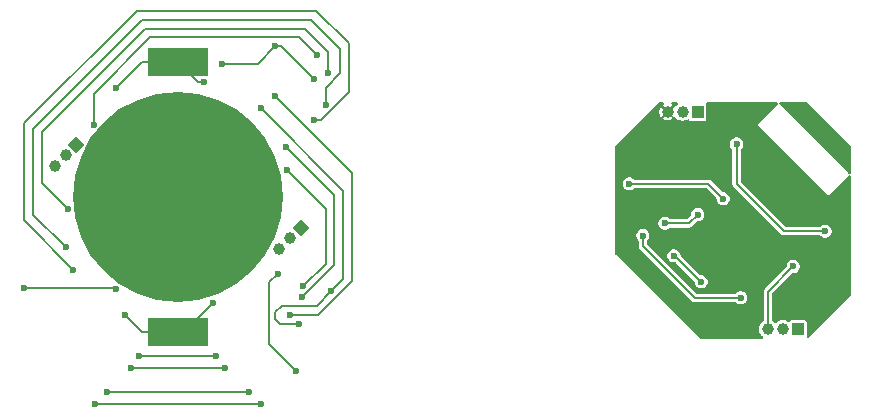
<source format=gbl>
G04 #@! TF.GenerationSoftware,KiCad,Pcbnew,9.0.3-9.0.3-0~ubuntu24.04.1*
G04 #@! TF.CreationDate,2025-07-13T11:29:56+02:00*
G04 #@! TF.ProjectId,PCBWatch,50434257-6174-4636-982e-6b696361645f,rev?*
G04 #@! TF.SameCoordinates,Original*
G04 #@! TF.FileFunction,Copper,L2,Bot*
G04 #@! TF.FilePolarity,Positive*
%FSLAX46Y46*%
G04 Gerber Fmt 4.6, Leading zero omitted, Abs format (unit mm)*
G04 Created by KiCad (PCBNEW 9.0.3-9.0.3-0~ubuntu24.04.1) date 2025-07-13 11:29:56*
%MOMM*%
%LPD*%
G01*
G04 APERTURE LIST*
G04 Aperture macros list*
%AMRotRect*
0 Rectangle, with rotation*
0 The origin of the aperture is its center*
0 $1 length*
0 $2 width*
0 $3 Rotation angle, in degrees counterclockwise*
0 Add horizontal line*
21,1,$1,$2,0,0,$3*%
G04 Aperture macros list end*
G04 #@! TA.AperFunction,EtchedComponent*
%ADD10C,0.000000*%
G04 #@! TD*
G04 #@! TA.AperFunction,SMDPad,CuDef*
%ADD11R,5.105400X2.489200*%
G04 #@! TD*
G04 #@! TA.AperFunction,SMDPad,CuDef*
%ADD12C,5.080000*%
G04 #@! TD*
G04 #@! TA.AperFunction,ComponentPad*
%ADD13R,1.000000X1.000000*%
G04 #@! TD*
G04 #@! TA.AperFunction,ComponentPad*
%ADD14C,1.000000*%
G04 #@! TD*
G04 #@! TA.AperFunction,ComponentPad*
%ADD15RotRect,1.000000X1.000000X315.000000*%
G04 #@! TD*
G04 #@! TA.AperFunction,ViaPad*
%ADD16C,0.600000*%
G04 #@! TD*
G04 #@! TA.AperFunction,Conductor*
%ADD17C,0.200000*%
G04 #@! TD*
G04 APERTURE END LIST*
D10*
G04 #@! TA.AperFunction,EtchedComponent*
G04 #@! TO.C,B1*
G36*
X21736831Y-11268363D02*
G01*
X23406916Y-11774978D01*
X24946075Y-12597675D01*
X26295160Y-13704840D01*
X27402325Y-15053925D01*
X28225022Y-16593084D01*
X28731637Y-18263169D01*
X28902700Y-20000000D01*
X28731637Y-21736831D01*
X28225022Y-23406916D01*
X27402325Y-24946075D01*
X26295160Y-26295160D01*
X24946075Y-27402325D01*
X23406916Y-28225022D01*
X21736831Y-28731637D01*
X20000000Y-28902700D01*
X18263169Y-28731637D01*
X16593084Y-28225022D01*
X15053925Y-27402325D01*
X13704840Y-26295160D01*
X12597675Y-24946075D01*
X11774978Y-23406916D01*
X11268363Y-21736831D01*
X11097300Y-20000000D01*
X11268363Y-18263169D01*
X11774978Y-16593084D01*
X12597675Y-15053925D01*
X13704840Y-13704840D01*
X15053925Y-12597675D01*
X16593084Y-11774978D01*
X18263169Y-11268363D01*
X20000000Y-11097300D01*
X21736831Y-11268363D01*
G37*
G04 #@! TD.AperFunction*
G04 #@! TD*
D11*
G04 #@! TO.P,B1,1,1*
G04 #@! TO.N,+3V0-A*
X20000000Y-31450000D03*
X20000000Y-8550000D03*
D12*
G04 #@! TO.P,B1,2,2*
G04 #@! TO.N,GND-A*
X20000000Y-20000000D03*
G04 #@! TD*
D13*
G04 #@! TO.P,J4,1,Pin_1*
G04 #@! TO.N,+3V0-B*
X64000000Y-12804447D03*
D14*
G04 #@! TO.P,J4,2,Pin_2*
G04 #@! TO.N,unconnected-(J4-Pin_2-Pad2)*
X62730000Y-12804447D03*
G04 #@! TO.P,J4,3,Pin_3*
G04 #@! TO.N,GND-B*
X61460000Y-12804447D03*
G04 #@! TD*
D15*
G04 #@! TO.P,J3,1,Pin_1*
G04 #@! TO.N,+3V0-A*
X11398026Y-15601974D03*
D14*
G04 #@! TO.P,J3,2,Pin_2*
G04 #@! TO.N,unconnected-(J3-Pin_2-Pad2)*
X10500000Y-16500000D03*
G04 #@! TO.P,J3,3,Pin_3*
G04 #@! TO.N,GND-A*
X9601975Y-17398025D03*
G04 #@! TD*
D15*
G04 #@! TO.P,J5,1,Pin_1*
G04 #@! TO.N,/sda-A*
X30398026Y-22601975D03*
D14*
G04 #@! TO.P,J5,2,Pin_2*
G04 #@! TO.N,/sck-A*
X29500000Y-23500001D03*
G04 #@! TO.P,J5,3,Pin_3*
G04 #@! TO.N,/touch-A*
X28601975Y-24398026D03*
G04 #@! TD*
D13*
G04 #@! TO.P,J6,1,Pin_1*
G04 #@! TO.N,/sda-B*
X72500000Y-31193359D03*
D14*
G04 #@! TO.P,J6,2,Pin_2*
G04 #@! TO.N,/sck-B*
X71230000Y-31193359D03*
G04 #@! TO.P,J6,3,Pin_3*
G04 #@! TO.N,/touch-B*
X69960000Y-31193359D03*
G04 #@! TD*
D16*
G04 #@! TO.N,+3V0-A*
X15500000Y-30000000D03*
X14750000Y-10750000D03*
X22250000Y-10250000D03*
G04 #@! TO.N,/row7*
X27000000Y-37500000D03*
X13000000Y-37500000D03*
G04 #@! TO.N,/row6*
X26000000Y-36500000D03*
X14000000Y-36500000D03*
G04 #@! TO.N,/row2*
X24000000Y-34500000D03*
X16000000Y-34500000D03*
G04 #@! TO.N,/row1*
X23250000Y-33500000D03*
X16750000Y-33500000D03*
G04 #@! TO.N,/column2*
X31500000Y-10000000D03*
G04 #@! TO.N,/row5*
X31500000Y-13500000D03*
X11159580Y-26159580D03*
G04 #@! TO.N,/row4*
X10500000Y-24250000D03*
X32500000Y-12250000D03*
G04 #@! TO.N,/row3*
X32750000Y-9500000D03*
X10697823Y-21045191D03*
G04 #@! TO.N,/row8*
X12889924Y-13909663D03*
X31750000Y-8000000D03*
G04 #@! TO.N,/column4*
X30250000Y-30750000D03*
G04 #@! TO.N,/row7*
X28500000Y-26500000D03*
X30000000Y-34750000D03*
G04 #@! TO.N,/row6*
X29250000Y-17750000D03*
X30575735Y-27575735D03*
G04 #@! TO.N,/row2*
X29500000Y-30000000D03*
X28250000Y-11492640D03*
G04 #@! TO.N,/row1*
X29150000Y-15750000D03*
X30500000Y-28500000D03*
G04 #@! TO.N,/column4*
X33000000Y-28000000D03*
X27000000Y-12500000D03*
G04 #@! TO.N,/column3*
X14724696Y-27778957D03*
X7000000Y-27750000D03*
G04 #@! TO.N,/column2*
X28250000Y-7250000D03*
X23750000Y-8750000D03*
G04 #@! TO.N,+3V0-A*
X23000000Y-29000000D03*
G04 #@! TO.N,GND-B*
X73599584Y-27377652D03*
X72869655Y-26647723D03*
G04 #@! TO.N,/touch-B*
X72101042Y-25898958D03*
G04 #@! TO.N,GND-B*
X73500000Y-22000000D03*
X69037058Y-15207107D03*
X61024265Y-15024265D03*
G04 #@! TO.N,+3V0-B*
X67300000Y-15529950D03*
X74800000Y-22900000D03*
X59363793Y-23279654D03*
X67654827Y-28541491D03*
G04 #@! TO.N,/SWDIO*
X64300000Y-27200000D03*
X62000000Y-25000000D03*
G04 #@! TO.N,Net-(U1-BOOT0)*
X58229539Y-18900673D03*
G04 #@! TO.N,/NRST*
X64000000Y-21500000D03*
X61245988Y-22245988D03*
G04 #@! TO.N,GND-B*
X66601158Y-29398842D03*
G04 #@! TO.N,Net-(U1-BOOT0)*
X66174265Y-20174265D03*
G04 #@! TD*
D17*
G04 #@! TO.N,+3V0-A*
X15500000Y-30000000D02*
X16950000Y-31450000D01*
X16950000Y-31450000D02*
X20000000Y-31450000D01*
X14750000Y-10750000D02*
X16950000Y-8550000D01*
X16950000Y-8550000D02*
X20000000Y-8550000D01*
X22250000Y-10250000D02*
X21700000Y-10250000D01*
X21700000Y-10250000D02*
X20000000Y-8550000D01*
G04 #@! TO.N,/column2*
X23750000Y-8750000D02*
X26750000Y-8750000D01*
X26750000Y-8750000D02*
X28250000Y-7250000D01*
G04 #@! TO.N,/row7*
X13000000Y-37500000D02*
X27000000Y-37500000D01*
G04 #@! TO.N,/row6*
X14000000Y-36500000D02*
X26000000Y-36500000D01*
G04 #@! TO.N,/row2*
X16000000Y-34500000D02*
X24000000Y-34500000D01*
G04 #@! TO.N,/row1*
X16750000Y-33500000D02*
X23250000Y-33500000D01*
G04 #@! TO.N,/column2*
X31500000Y-10000000D02*
X28750000Y-7250000D01*
X28750000Y-7250000D02*
X28250000Y-7250000D01*
G04 #@! TO.N,/row5*
X31500000Y-13500000D02*
X32099943Y-13500000D01*
X32099943Y-13500000D02*
X34500000Y-11099943D01*
X34500000Y-11099943D02*
X34500000Y-7018069D01*
X34500000Y-7018069D02*
X31731931Y-4250000D01*
X31731931Y-4250000D02*
X16500000Y-4250000D01*
X16500000Y-4250000D02*
X7000000Y-13750000D01*
X7000000Y-13750000D02*
X7000000Y-22000000D01*
X7000000Y-22000000D02*
X11159580Y-26159580D01*
G04 #@! TO.N,/row4*
X32500000Y-12250000D02*
X32500000Y-10750000D01*
X32500000Y-10750000D02*
X33750000Y-9500000D01*
X33750000Y-9500000D02*
X33750000Y-7500000D01*
X33750000Y-7500000D02*
X31250000Y-5000000D01*
X7750000Y-21500000D02*
X10500000Y-24250000D01*
X31250000Y-5000000D02*
X16973071Y-5000000D01*
X16973071Y-5000000D02*
X7750000Y-14223071D01*
X7750000Y-14223071D02*
X7750000Y-21500000D01*
G04 #@! TO.N,/row8*
X31750000Y-8000000D02*
X30250000Y-6500000D01*
X30250000Y-6500000D02*
X17650700Y-6500000D01*
X17650700Y-6500000D02*
X12889924Y-11260776D01*
X12889924Y-11260776D02*
X12889924Y-13909663D01*
G04 #@! TO.N,/row3*
X32750000Y-9500000D02*
X32750000Y-7750000D01*
X32750000Y-7750000D02*
X30750000Y-5750000D01*
X30750000Y-5750000D02*
X17250000Y-5750000D01*
X17250000Y-5750000D02*
X8500000Y-14500000D01*
X8500000Y-18847368D02*
X10697823Y-21045191D01*
X8500000Y-14500000D02*
X8500000Y-18847368D01*
G04 #@! TO.N,/column4*
X30250000Y-30750000D02*
X28650057Y-30750000D01*
X28778737Y-29250000D02*
X31750000Y-29250000D01*
X28650057Y-30750000D02*
X28250000Y-30349943D01*
X28250000Y-30349943D02*
X28250000Y-29778737D01*
X28250000Y-29778737D02*
X28778737Y-29250000D01*
X31750000Y-29250000D02*
X33000000Y-28000000D01*
G04 #@! TO.N,/row2*
X34750000Y-27099943D02*
X34750000Y-17992640D01*
X29500000Y-30000000D02*
X31849943Y-30000000D01*
X31849943Y-30000000D02*
X34750000Y-27099943D01*
X34750000Y-17992640D02*
X28250000Y-11492640D01*
G04 #@! TO.N,/row7*
X27750000Y-27250000D02*
X28500000Y-26500000D01*
X27750000Y-32500000D02*
X27750000Y-27250000D01*
X30000000Y-34750000D02*
X27750000Y-32500000D01*
G04 #@! TO.N,/row6*
X30575735Y-27575735D02*
X32500000Y-25651470D01*
X32500000Y-25651470D02*
X32500000Y-21000000D01*
X32500000Y-21000000D02*
X29250000Y-17750000D01*
G04 #@! TO.N,/row1*
X30500000Y-28500000D02*
X33250000Y-25750000D01*
X33250000Y-25750000D02*
X33250000Y-19850000D01*
X33250000Y-19850000D02*
X29150000Y-15750000D01*
G04 #@! TO.N,/column4*
X33000000Y-28000000D02*
X34000000Y-27000000D01*
X34000000Y-27000000D02*
X34000000Y-19500000D01*
X34000000Y-19500000D02*
X27000000Y-12500000D01*
G04 #@! TO.N,/column3*
X14695739Y-27750000D02*
X7000000Y-27750000D01*
X14724696Y-27778957D02*
X14695739Y-27750000D01*
G04 #@! TO.N,+3V0-A*
X23000000Y-29000000D02*
X20550000Y-31450000D01*
X20550000Y-31450000D02*
X20000000Y-31450000D01*
X21050000Y-31450000D02*
X20000000Y-31450000D01*
G04 #@! TO.N,/touch-B*
X72101042Y-25898958D02*
X69960000Y-28040000D01*
X69960000Y-28040000D02*
X69960000Y-31193359D01*
G04 #@! TO.N,/NRST*
X63254012Y-22245988D02*
X64000000Y-21500000D01*
X61245988Y-22245988D02*
X63254012Y-22245988D01*
G04 #@! TO.N,+3V0-B*
X67300000Y-15529950D02*
X67300000Y-18900000D01*
X67300000Y-18900000D02*
X71300000Y-22900000D01*
X71300000Y-22900000D02*
X74800000Y-22900000D01*
X63752545Y-28541491D02*
X59363793Y-24152739D01*
X59363793Y-24152739D02*
X59363793Y-23279654D01*
X67654827Y-28541491D02*
X63752545Y-28541491D01*
G04 #@! TO.N,/SWDIO*
X64300000Y-27200000D02*
X62100000Y-25000000D01*
X62100000Y-25000000D02*
X62000000Y-25000000D01*
G04 #@! TO.N,Net-(U1-BOOT0)*
X66174265Y-20174265D02*
X64900673Y-18900673D01*
X64900673Y-18900673D02*
X58229539Y-18900673D01*
G04 #@! TD*
G04 #@! TA.AperFunction,Conductor*
G04 #@! TO.N,GND-B*
G36*
X61135057Y-12019407D02*
G01*
X61171021Y-12068907D01*
X61171021Y-12130093D01*
X61135057Y-12179593D01*
X61131867Y-12181816D01*
X61040104Y-12243128D01*
X61311742Y-12514766D01*
X61260446Y-12544383D01*
X61199936Y-12604893D01*
X61170319Y-12656189D01*
X60898681Y-12384551D01*
X60839666Y-12472875D01*
X60786901Y-12600263D01*
X60760000Y-12735502D01*
X60760000Y-12873391D01*
X60786901Y-13008630D01*
X60839666Y-13136018D01*
X60898681Y-13224341D01*
X61170319Y-12952703D01*
X61199936Y-13004001D01*
X61260446Y-13064511D01*
X61311741Y-13094126D01*
X61040103Y-13365764D01*
X61128418Y-13424775D01*
X61128430Y-13424781D01*
X61255816Y-13477545D01*
X61391055Y-13504446D01*
X61391057Y-13504447D01*
X61528943Y-13504447D01*
X61528944Y-13504446D01*
X61664183Y-13477545D01*
X61791571Y-13424780D01*
X61879894Y-13365764D01*
X61608257Y-13094127D01*
X61659554Y-13064511D01*
X61720064Y-13004001D01*
X61749680Y-12952704D01*
X62021317Y-13224341D01*
X62039028Y-13222597D01*
X62098792Y-13235709D01*
X62131048Y-13266118D01*
X62143937Y-13285408D01*
X62143938Y-13285409D01*
X62143941Y-13285413D01*
X62249034Y-13390506D01*
X62372610Y-13473076D01*
X62509920Y-13529952D01*
X62655688Y-13558947D01*
X62655689Y-13558947D01*
X62804311Y-13558947D01*
X62804312Y-13558947D01*
X62950080Y-13529952D01*
X63087390Y-13473076D01*
X63156618Y-13426819D01*
X63215504Y-13410211D01*
X63272908Y-13431388D01*
X63293931Y-13454131D01*
X63316516Y-13487931D01*
X63400699Y-13544181D01*
X63474933Y-13558947D01*
X64525066Y-13558946D01*
X64599301Y-13544181D01*
X64683484Y-13487931D01*
X64739734Y-13403748D01*
X64754500Y-13329514D01*
X64754499Y-12279381D01*
X64739734Y-12205146D01*
X64705893Y-12154500D01*
X64689285Y-12095615D01*
X64710462Y-12038211D01*
X64761335Y-12004217D01*
X64788209Y-12000500D01*
X70750086Y-12000500D01*
X70808277Y-12019407D01*
X70844241Y-12068907D01*
X70844241Y-12130093D01*
X70820091Y-12169501D01*
X69110913Y-13878680D01*
X75121321Y-19889088D01*
X76830498Y-18179910D01*
X76885013Y-18152135D01*
X76945445Y-18161706D01*
X76988710Y-18204971D01*
X76999500Y-18249916D01*
X76999500Y-28251678D01*
X76980593Y-28309869D01*
X76970504Y-28321682D01*
X73405997Y-31886188D01*
X73351480Y-31913965D01*
X73291048Y-31904394D01*
X73247783Y-31861129D01*
X73238212Y-31800697D01*
X73238896Y-31796868D01*
X73239732Y-31792661D01*
X73239734Y-31792660D01*
X73254500Y-31718426D01*
X73254499Y-30668293D01*
X73239734Y-30594058D01*
X73211762Y-30552196D01*
X73183486Y-30509878D01*
X73183484Y-30509875D01*
X73099301Y-30453625D01*
X73025067Y-30438859D01*
X73025066Y-30438859D01*
X71974936Y-30438859D01*
X71974929Y-30438860D01*
X71900699Y-30453624D01*
X71900697Y-30453625D01*
X71816519Y-30509872D01*
X71816512Y-30509879D01*
X71793932Y-30543672D01*
X71745882Y-30581551D01*
X71684743Y-30583951D01*
X71656617Y-30570985D01*
X71587389Y-30524729D01*
X71450078Y-30467853D01*
X71304314Y-30438859D01*
X71304312Y-30438859D01*
X71155688Y-30438859D01*
X71155685Y-30438859D01*
X71009921Y-30467853D01*
X70872610Y-30524729D01*
X70749037Y-30607297D01*
X70749034Y-30607299D01*
X70749034Y-30607300D01*
X70665001Y-30691332D01*
X70610487Y-30719108D01*
X70550055Y-30709537D01*
X70524999Y-30691333D01*
X70440966Y-30607300D01*
X70440962Y-30607297D01*
X70440961Y-30607296D01*
X70358498Y-30552196D01*
X70320619Y-30504146D01*
X70314500Y-30469881D01*
X70314500Y-28227847D01*
X70333407Y-28169656D01*
X70343496Y-28157843D01*
X72018885Y-26482454D01*
X72073402Y-26454677D01*
X72088889Y-26453458D01*
X72174041Y-26453458D01*
X72174043Y-26453458D01*
X72315071Y-26415670D01*
X72441513Y-26342669D01*
X72544753Y-26239429D01*
X72617754Y-26112987D01*
X72655542Y-25971959D01*
X72655542Y-25825957D01*
X72617754Y-25684929D01*
X72544753Y-25558487D01*
X72441513Y-25455247D01*
X72315071Y-25382246D01*
X72174043Y-25344458D01*
X72028041Y-25344458D01*
X71887013Y-25382246D01*
X71760571Y-25455247D01*
X71657331Y-25558487D01*
X71584330Y-25684929D01*
X71546542Y-25825958D01*
X71546542Y-25911111D01*
X71527635Y-25969302D01*
X71517546Y-25981115D01*
X69742332Y-27756329D01*
X69742331Y-27756328D01*
X69676331Y-27822329D01*
X69629658Y-27903170D01*
X69629657Y-27903171D01*
X69605500Y-27993326D01*
X69605500Y-30469881D01*
X69586593Y-30528072D01*
X69561502Y-30552196D01*
X69479038Y-30607296D01*
X69373938Y-30712396D01*
X69291370Y-30835969D01*
X69234494Y-30973280D01*
X69205500Y-31119044D01*
X69205500Y-31267673D01*
X69234494Y-31413437D01*
X69291370Y-31550748D01*
X69291371Y-31550749D01*
X69373941Y-31674325D01*
X69479034Y-31779418D01*
X69479037Y-31779420D01*
X69537052Y-31818184D01*
X69574932Y-31866234D01*
X69577334Y-31927372D01*
X69543342Y-31978246D01*
X69485938Y-31999424D01*
X69482051Y-31999500D01*
X64248322Y-31999500D01*
X64190131Y-31980593D01*
X64178318Y-31970504D01*
X57029496Y-24821682D01*
X57001719Y-24767165D01*
X57000500Y-24751678D01*
X57000500Y-23206653D01*
X58809293Y-23206653D01*
X58809293Y-23352655D01*
X58847081Y-23493683D01*
X58920082Y-23620125D01*
X58980298Y-23680341D01*
X59008074Y-23734856D01*
X59009293Y-23750343D01*
X59009293Y-24199412D01*
X59033450Y-24289567D01*
X59033451Y-24289568D01*
X59033452Y-24289571D01*
X59080122Y-24370407D01*
X63468874Y-28759159D01*
X63468873Y-28759159D01*
X63517029Y-28807314D01*
X63534877Y-28825162D01*
X63615713Y-28871832D01*
X63615715Y-28871832D01*
X63615716Y-28871833D01*
X63653514Y-28881961D01*
X63705871Y-28895990D01*
X63705873Y-28895991D01*
X63705874Y-28895991D01*
X67184137Y-28895991D01*
X67242328Y-28914898D01*
X67254140Y-28924987D01*
X67314353Y-28985199D01*
X67314356Y-28985202D01*
X67440798Y-29058203D01*
X67581826Y-29095991D01*
X67581828Y-29095991D01*
X67727826Y-29095991D01*
X67727828Y-29095991D01*
X67868856Y-29058203D01*
X67995298Y-28985202D01*
X68098538Y-28881962D01*
X68171539Y-28755520D01*
X68209327Y-28614492D01*
X68209327Y-28468490D01*
X68171539Y-28327462D01*
X68098538Y-28201020D01*
X67995298Y-28097780D01*
X67868856Y-28024779D01*
X67727828Y-27986991D01*
X67581826Y-27986991D01*
X67440798Y-28024779D01*
X67314353Y-28097782D01*
X67254140Y-28157995D01*
X67199623Y-28185772D01*
X67184137Y-28186991D01*
X63940392Y-28186991D01*
X63882201Y-28168084D01*
X63870388Y-28157995D01*
X60639392Y-24926999D01*
X61445500Y-24926999D01*
X61445500Y-25073001D01*
X61483288Y-25214029D01*
X61556289Y-25340471D01*
X61659529Y-25443711D01*
X61785971Y-25516712D01*
X61926999Y-25554500D01*
X61927001Y-25554500D01*
X62073001Y-25554500D01*
X62081005Y-25552355D01*
X62142107Y-25555554D01*
X62176637Y-25577976D01*
X63716504Y-27117843D01*
X63744281Y-27172360D01*
X63745500Y-27187847D01*
X63745500Y-27273001D01*
X63783288Y-27414029D01*
X63856289Y-27540471D01*
X63959529Y-27643711D01*
X64085971Y-27716712D01*
X64226999Y-27754500D01*
X64227001Y-27754500D01*
X64372999Y-27754500D01*
X64373001Y-27754500D01*
X64514029Y-27716712D01*
X64640471Y-27643711D01*
X64743711Y-27540471D01*
X64816712Y-27414029D01*
X64854500Y-27273001D01*
X64854500Y-27126999D01*
X64816712Y-26985971D01*
X64743711Y-26859529D01*
X64640471Y-26756289D01*
X64514029Y-26683288D01*
X64373001Y-26645500D01*
X64372999Y-26645500D01*
X64287847Y-26645500D01*
X64229656Y-26626593D01*
X64217843Y-26616504D01*
X62582228Y-24980889D01*
X62557749Y-24932846D01*
X62556179Y-24933267D01*
X62554500Y-24927000D01*
X62554500Y-24926999D01*
X62516712Y-24785971D01*
X62443711Y-24659529D01*
X62340471Y-24556289D01*
X62214029Y-24483288D01*
X62073001Y-24445500D01*
X61926999Y-24445500D01*
X61785971Y-24483288D01*
X61659529Y-24556289D01*
X61556289Y-24659529D01*
X61483288Y-24785971D01*
X61445500Y-24926999D01*
X60639392Y-24926999D01*
X59747289Y-24034896D01*
X59719512Y-23980379D01*
X59718293Y-23964892D01*
X59718293Y-23750343D01*
X59737200Y-23692152D01*
X59747283Y-23680345D01*
X59807504Y-23620125D01*
X59880505Y-23493683D01*
X59918293Y-23352655D01*
X59918293Y-23206653D01*
X59880505Y-23065625D01*
X59807504Y-22939183D01*
X59704264Y-22835943D01*
X59577822Y-22762942D01*
X59436794Y-22725154D01*
X59290792Y-22725154D01*
X59149764Y-22762942D01*
X59023322Y-22835943D01*
X58920082Y-22939183D01*
X58847081Y-23065625D01*
X58809293Y-23206653D01*
X57000500Y-23206653D01*
X57000500Y-22172987D01*
X60691488Y-22172987D01*
X60691488Y-22318989D01*
X60729276Y-22460017D01*
X60802277Y-22586459D01*
X60905517Y-22689699D01*
X61031959Y-22762700D01*
X61172987Y-22800488D01*
X61172989Y-22800488D01*
X61318987Y-22800488D01*
X61318989Y-22800488D01*
X61460017Y-22762700D01*
X61586459Y-22689699D01*
X61616568Y-22659590D01*
X61646675Y-22629484D01*
X61701192Y-22601707D01*
X61716678Y-22600488D01*
X63300684Y-22600488D01*
X63300684Y-22600487D01*
X63390844Y-22576329D01*
X63471680Y-22529659D01*
X63917841Y-22083496D01*
X63972358Y-22055719D01*
X63987845Y-22054500D01*
X64072999Y-22054500D01*
X64073001Y-22054500D01*
X64214029Y-22016712D01*
X64340471Y-21943711D01*
X64443711Y-21840471D01*
X64516712Y-21714029D01*
X64554500Y-21573001D01*
X64554500Y-21426999D01*
X64516712Y-21285971D01*
X64443711Y-21159529D01*
X64340471Y-21056289D01*
X64214029Y-20983288D01*
X64073001Y-20945500D01*
X63926999Y-20945500D01*
X63785971Y-20983288D01*
X63659529Y-21056289D01*
X63556289Y-21159529D01*
X63483288Y-21285971D01*
X63445500Y-21427000D01*
X63445500Y-21512153D01*
X63426593Y-21570344D01*
X63416504Y-21582157D01*
X63136169Y-21862492D01*
X63081652Y-21890269D01*
X63066165Y-21891488D01*
X61716678Y-21891488D01*
X61658487Y-21872581D01*
X61646675Y-21862492D01*
X61586461Y-21802279D01*
X61586459Y-21802277D01*
X61460017Y-21729276D01*
X61318989Y-21691488D01*
X61172987Y-21691488D01*
X61031959Y-21729276D01*
X60905517Y-21802277D01*
X60802277Y-21905517D01*
X60729276Y-22031959D01*
X60691488Y-22172987D01*
X57000500Y-22172987D01*
X57000500Y-18827672D01*
X57675039Y-18827672D01*
X57675039Y-18973674D01*
X57712827Y-19114702D01*
X57785828Y-19241144D01*
X57889068Y-19344384D01*
X58015510Y-19417385D01*
X58156538Y-19455173D01*
X58156540Y-19455173D01*
X58302538Y-19455173D01*
X58302540Y-19455173D01*
X58443568Y-19417385D01*
X58570010Y-19344384D01*
X58600119Y-19314275D01*
X58630226Y-19284169D01*
X58684743Y-19256392D01*
X58700229Y-19255173D01*
X64712826Y-19255173D01*
X64771017Y-19274080D01*
X64782830Y-19284169D01*
X65590769Y-20092108D01*
X65618546Y-20146625D01*
X65619765Y-20162112D01*
X65619765Y-20247266D01*
X65657553Y-20388294D01*
X65730554Y-20514736D01*
X65833794Y-20617976D01*
X65960236Y-20690977D01*
X66101264Y-20728765D01*
X66101266Y-20728765D01*
X66247264Y-20728765D01*
X66247266Y-20728765D01*
X66388294Y-20690977D01*
X66514736Y-20617976D01*
X66617976Y-20514736D01*
X66690977Y-20388294D01*
X66728765Y-20247266D01*
X66728765Y-20101264D01*
X66690977Y-19960236D01*
X66617976Y-19833794D01*
X66514736Y-19730554D01*
X66388294Y-19657553D01*
X66247266Y-19619765D01*
X66247264Y-19619765D01*
X66162112Y-19619765D01*
X66103921Y-19600858D01*
X66092108Y-19590769D01*
X65616040Y-19114701D01*
X65118341Y-18617002D01*
X65037505Y-18570332D01*
X65037502Y-18570331D01*
X65037501Y-18570330D01*
X64947346Y-18546173D01*
X64947344Y-18546173D01*
X58700229Y-18546173D01*
X58642038Y-18527266D01*
X58630226Y-18517177D01*
X58570012Y-18456964D01*
X58570010Y-18456962D01*
X58443568Y-18383961D01*
X58302540Y-18346173D01*
X58156538Y-18346173D01*
X58015510Y-18383961D01*
X57889068Y-18456962D01*
X57785828Y-18560202D01*
X57712827Y-18686644D01*
X57675039Y-18827672D01*
X57000500Y-18827672D01*
X57000500Y-15748321D01*
X57019407Y-15690130D01*
X57029496Y-15678317D01*
X57250864Y-15456949D01*
X66745500Y-15456949D01*
X66745500Y-15602951D01*
X66783288Y-15743979D01*
X66856289Y-15870421D01*
X66916505Y-15930637D01*
X66944281Y-15985152D01*
X66945500Y-16000639D01*
X66945500Y-18946673D01*
X66969657Y-19036828D01*
X66969658Y-19036829D01*
X66969659Y-19036832D01*
X67016329Y-19117668D01*
X71016329Y-23117668D01*
X71016328Y-23117668D01*
X71082329Y-23183668D01*
X71082332Y-23183671D01*
X71163168Y-23230341D01*
X71163170Y-23230341D01*
X71163171Y-23230342D01*
X71200969Y-23240470D01*
X71253326Y-23254499D01*
X71253328Y-23254500D01*
X71253329Y-23254500D01*
X74329310Y-23254500D01*
X74387501Y-23273407D01*
X74399313Y-23283496D01*
X74459526Y-23343708D01*
X74459529Y-23343711D01*
X74585971Y-23416712D01*
X74726999Y-23454500D01*
X74727001Y-23454500D01*
X74872999Y-23454500D01*
X74873001Y-23454500D01*
X75014029Y-23416712D01*
X75140471Y-23343711D01*
X75243711Y-23240471D01*
X75316712Y-23114029D01*
X75354500Y-22973001D01*
X75354500Y-22826999D01*
X75316712Y-22685971D01*
X75243711Y-22559529D01*
X75140471Y-22456289D01*
X75014029Y-22383288D01*
X74873001Y-22345500D01*
X74726999Y-22345500D01*
X74585971Y-22383288D01*
X74459526Y-22456291D01*
X74399313Y-22516504D01*
X74344796Y-22544281D01*
X74329310Y-22545500D01*
X71487847Y-22545500D01*
X71429656Y-22526593D01*
X71417843Y-22516504D01*
X67683496Y-18782157D01*
X67655719Y-18727640D01*
X67654500Y-18712153D01*
X67654500Y-16000639D01*
X67673407Y-15942448D01*
X67683490Y-15930641D01*
X67743711Y-15870421D01*
X67816712Y-15743979D01*
X67854500Y-15602951D01*
X67854500Y-15456949D01*
X67816712Y-15315921D01*
X67743711Y-15189479D01*
X67640471Y-15086239D01*
X67514029Y-15013238D01*
X67373001Y-14975450D01*
X67226999Y-14975450D01*
X67085971Y-15013238D01*
X66959529Y-15086239D01*
X66856289Y-15189479D01*
X66783288Y-15315921D01*
X66745500Y-15456949D01*
X57250864Y-15456949D01*
X60678317Y-12029496D01*
X60732834Y-12001719D01*
X60748321Y-12000500D01*
X61076866Y-12000500D01*
X61135057Y-12019407D01*
G37*
G04 #@! TD.AperFunction*
G04 #@! TA.AperFunction,Conductor*
G36*
X73309869Y-12019407D02*
G01*
X73321682Y-12029496D01*
X76970504Y-15678317D01*
X76998281Y-15732834D01*
X76999500Y-15748321D01*
X76999500Y-17992726D01*
X76980593Y-18050917D01*
X76931093Y-18086881D01*
X76869907Y-18086881D01*
X76830498Y-18062731D01*
X70937268Y-12169501D01*
X70909493Y-12114987D01*
X70919064Y-12054555D01*
X70962329Y-12011290D01*
X71007274Y-12000500D01*
X73251678Y-12000500D01*
X73309869Y-12019407D01*
G37*
G04 #@! TD.AperFunction*
G04 #@! TD*
G04 #@! TA.AperFunction,NonConductor*
G36*
X62306958Y-12019407D02*
G01*
X62342922Y-12068907D01*
X62342922Y-12130093D01*
X62306958Y-12179593D01*
X62303768Y-12181816D01*
X62249034Y-12218387D01*
X62143948Y-12323472D01*
X62143940Y-12323481D01*
X62131050Y-12342774D01*
X62083000Y-12380653D01*
X62039032Y-12386295D01*
X62021317Y-12384550D01*
X61749679Y-12656188D01*
X61720064Y-12604893D01*
X61659554Y-12544383D01*
X61608257Y-12514766D01*
X61879895Y-12243129D01*
X61788133Y-12181816D01*
X61750253Y-12133766D01*
X61747851Y-12072628D01*
X61781843Y-12021754D01*
X61839247Y-12000576D01*
X61843134Y-12000500D01*
X62248767Y-12000500D01*
X62306958Y-12019407D01*
G37*
G04 #@! TD.AperFunction*
M02*

</source>
